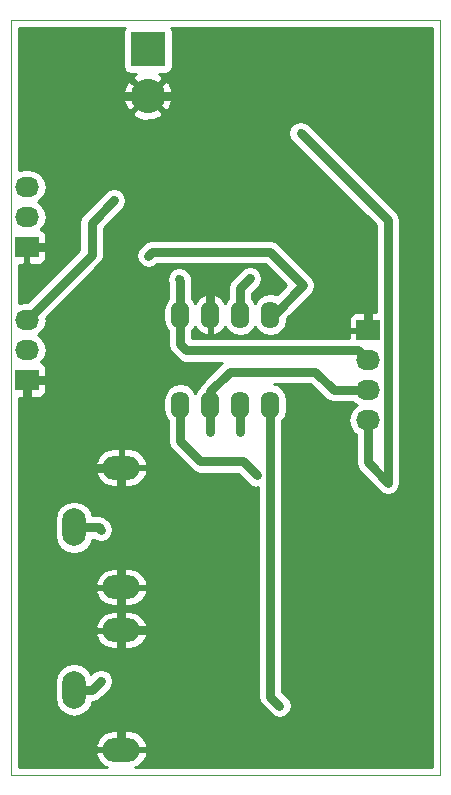
<source format=gbr>
G04 #@! TF.FileFunction,Copper,L2,Bot,Signal*
%FSLAX46Y46*%
G04 Gerber Fmt 4.6, Leading zero omitted, Abs format (unit mm)*
G04 Created by KiCad (PCBNEW 4.0.5) date 02/27/17 15:44:33*
%MOMM*%
%LPD*%
G01*
G04 APERTURE LIST*
%ADD10C,0.200000*%
%ADD11C,0.100000*%
%ADD12R,2.900000X2.900000*%
%ADD13C,2.900000*%
%ADD14R,2.032000X1.727200*%
%ADD15O,2.032000X1.727200*%
%ADD16O,3.197860X1.998980*%
%ADD17O,1.998980X3.197860*%
%ADD18O,1.600000X2.300000*%
%ADD19C,0.685800*%
%ADD20C,0.800000*%
%ADD21C,0.254000*%
G04 APERTURE END LIST*
D10*
D11*
X0Y64000000D02*
X36300000Y64000000D01*
X0Y0D02*
X0Y64000000D01*
X36300000Y0D02*
X0Y0D01*
X36300000Y64000000D02*
X36300000Y0D01*
D12*
X11550000Y61500000D03*
D13*
X11550000Y57540000D03*
D14*
X30200000Y37700000D03*
D15*
X30200000Y35160000D03*
X30200000Y32620000D03*
X30200000Y30080000D03*
D16*
X9297960Y15945400D03*
D17*
X5300000Y21000000D03*
D16*
X9297960Y26054600D03*
X9297960Y2195400D03*
D17*
X5300000Y7250000D03*
D16*
X9297960Y12304600D03*
D14*
X1300000Y44750000D03*
D15*
X1300000Y47290000D03*
X1300000Y49830000D03*
D14*
X1300000Y33500000D03*
D15*
X1300000Y36040000D03*
X1300000Y38580000D03*
D18*
X14300000Y31400000D03*
X16840000Y31400000D03*
X19380000Y31400000D03*
X21920000Y31400000D03*
X21920000Y39020000D03*
X19380000Y39020000D03*
X16840000Y39020000D03*
X14300000Y39020000D03*
D19*
X4400000Y39200000D03*
X12500000Y12300000D03*
X16800000Y41700000D03*
X21800000Y51500000D03*
X13600000Y5500000D03*
X21300000Y56300000D03*
X7600000Y8000000D03*
X20800000Y25400000D03*
X24500000Y54400000D03*
X31900000Y24800000D03*
X8700000Y48700000D03*
X20200000Y42100000D03*
X7600000Y20800000D03*
X14200000Y42000000D03*
X16800000Y29100000D03*
X19400000Y29100000D03*
X22700000Y5900000D03*
X11600000Y44000000D03*
X24700000Y41500000D03*
D20*
X21800000Y51500000D02*
X21800000Y49700000D01*
X30200000Y41300000D02*
X30200000Y37700000D01*
X21800000Y49700000D02*
X30200000Y41300000D01*
X1300000Y33500000D02*
X3600000Y33500000D01*
X4400000Y34300000D02*
X4400000Y39200000D01*
X3600000Y33500000D02*
X4400000Y34300000D01*
X21300000Y56300000D02*
X21300000Y56200000D01*
X12495400Y12304600D02*
X9297960Y12304600D01*
X12500000Y12300000D02*
X12495400Y12304600D01*
X16840000Y41660000D02*
X16840000Y39020000D01*
X16800000Y41700000D02*
X16840000Y41660000D01*
X21800000Y51500000D02*
X21300000Y52000000D01*
X21300000Y52000000D02*
X21300000Y56300000D01*
X9297960Y26054600D02*
X3145400Y26054600D01*
X1300000Y27900000D02*
X1300000Y33500000D01*
X3145400Y26054600D02*
X1300000Y27900000D01*
X11550000Y57540000D02*
X5840000Y57540000D01*
X4050000Y44750000D02*
X1300000Y44750000D01*
X4800000Y45500000D02*
X4050000Y44750000D01*
X4800000Y56500000D02*
X4800000Y45500000D01*
X5840000Y57540000D02*
X4800000Y56500000D01*
X13600000Y5500000D02*
X13500000Y5600000D01*
X13500000Y5600000D02*
X9297960Y5600000D01*
X9297960Y15945400D02*
X9297960Y26054600D01*
X9297960Y12304600D02*
X9297960Y15945400D01*
X9297960Y2195400D02*
X9297960Y5600000D01*
X9297960Y5600000D02*
X9297960Y12304600D01*
X21300000Y56300000D02*
X20060000Y57540000D01*
X20060000Y57540000D02*
X11550000Y57540000D01*
X7600000Y8000000D02*
X6850000Y7250000D01*
X6850000Y7250000D02*
X5300000Y7250000D01*
X14300000Y28300000D02*
X14300000Y31400000D01*
X16000000Y26600000D02*
X14300000Y28300000D01*
X19600000Y26600000D02*
X16000000Y26600000D01*
X20800000Y25400000D02*
X19600000Y26600000D01*
X31900000Y47000000D02*
X31900000Y24800000D01*
X24500000Y54400000D02*
X31900000Y47000000D01*
X30200000Y30080000D02*
X30200000Y26500000D01*
X30200000Y26500000D02*
X31900000Y24800000D01*
X6800000Y44080000D02*
X1300000Y38580000D01*
X6800000Y46800000D02*
X6800000Y44080000D01*
X8700000Y48700000D02*
X6800000Y46800000D01*
X19380000Y41280000D02*
X19380000Y39020000D01*
X20200000Y42100000D02*
X19380000Y41280000D01*
X7400000Y21000000D02*
X5300000Y21000000D01*
X7600000Y20800000D02*
X7400000Y21000000D01*
X14300000Y39020000D02*
X14300000Y36500000D01*
X29360000Y36000000D02*
X30200000Y35160000D01*
X14800000Y36000000D02*
X29360000Y36000000D01*
X14300000Y36500000D02*
X14800000Y36000000D01*
X14300000Y41900000D02*
X14300000Y39020000D01*
X14200000Y42000000D02*
X14300000Y41900000D01*
X16840000Y31400000D02*
X16840000Y32540000D01*
X16840000Y32540000D02*
X18500000Y34200000D01*
X27280000Y32620000D02*
X30200000Y32620000D01*
X25700000Y34200000D02*
X27280000Y32620000D01*
X18500000Y34200000D02*
X25700000Y34200000D01*
X16840000Y29140000D02*
X16840000Y31400000D01*
X16800000Y29100000D02*
X16840000Y29140000D01*
X19380000Y29120000D02*
X19380000Y31400000D01*
X19400000Y29100000D02*
X19380000Y29120000D01*
X21920000Y6680000D02*
X21920000Y31400000D01*
X22700000Y5900000D02*
X21920000Y6680000D01*
X21900000Y44300000D02*
X24700000Y41500000D01*
X11900000Y44300000D02*
X21900000Y44300000D01*
X11600000Y44000000D02*
X11900000Y44300000D01*
X24700000Y41500000D02*
X22220000Y39020000D01*
X22220000Y39020000D02*
X21920000Y39020000D01*
D21*
G36*
X9503569Y63201890D02*
X9452560Y62950000D01*
X9452560Y60050000D01*
X9496838Y59814683D01*
X9635910Y59598559D01*
X9848110Y59453569D01*
X10100000Y59402560D01*
X10577172Y59402560D01*
X10405435Y59331424D01*
X10251756Y59017849D01*
X11550000Y57719605D01*
X12848244Y59017849D01*
X12694565Y59331424D01*
X12512346Y59402560D01*
X13000000Y59402560D01*
X13235317Y59446838D01*
X13451441Y59585910D01*
X13596431Y59798110D01*
X13647440Y60050000D01*
X13647440Y62950000D01*
X13603162Y63185317D01*
X13519713Y63315000D01*
X35615000Y63315000D01*
X35615000Y685000D01*
X10466072Y685000D01*
X10640225Y733929D01*
X11142962Y1129444D01*
X11456073Y1687241D01*
X11487019Y1815046D01*
X11367665Y2068400D01*
X9424960Y2068400D01*
X9424960Y2048400D01*
X9170960Y2048400D01*
X9170960Y2068400D01*
X7228255Y2068400D01*
X7108901Y1815046D01*
X7139847Y1687241D01*
X7452958Y1129444D01*
X7955695Y733929D01*
X8129848Y685000D01*
X685000Y685000D01*
X685000Y2575754D01*
X7108901Y2575754D01*
X7228255Y2322400D01*
X9170960Y2322400D01*
X9170960Y3829890D01*
X9424960Y3829890D01*
X9424960Y2322400D01*
X11367665Y2322400D01*
X11487019Y2575754D01*
X11456073Y2703559D01*
X11142962Y3261356D01*
X10640225Y3656871D01*
X10024400Y3829890D01*
X9424960Y3829890D01*
X9170960Y3829890D01*
X8571520Y3829890D01*
X7955695Y3656871D01*
X7452958Y3261356D01*
X7139847Y2703559D01*
X7108901Y2575754D01*
X685000Y2575754D01*
X685000Y7893205D01*
X3665510Y7893205D01*
X3665510Y6606795D01*
X3789928Y5981303D01*
X4144241Y5451036D01*
X4674508Y5096723D01*
X5300000Y4972305D01*
X5925492Y5096723D01*
X6455759Y5451036D01*
X6810072Y5981303D01*
X6856827Y6216357D01*
X7246077Y6293785D01*
X7581856Y6518144D01*
X8331855Y7268144D01*
X8556215Y7603923D01*
X8635001Y8000000D01*
X8556215Y8396077D01*
X8331855Y8731855D01*
X7996077Y8956215D01*
X7600000Y9035001D01*
X7203923Y8956215D01*
X6868144Y8731855D01*
X6747953Y8611664D01*
X6455759Y9048964D01*
X5925492Y9403277D01*
X5300000Y9527695D01*
X4674508Y9403277D01*
X4144241Y9048964D01*
X3789928Y8518697D01*
X3665510Y7893205D01*
X685000Y7893205D01*
X685000Y11924246D01*
X7108901Y11924246D01*
X7139847Y11796441D01*
X7452958Y11238644D01*
X7955695Y10843129D01*
X8571520Y10670110D01*
X9170960Y10670110D01*
X9170960Y12177600D01*
X9424960Y12177600D01*
X9424960Y10670110D01*
X10024400Y10670110D01*
X10640225Y10843129D01*
X11142962Y11238644D01*
X11456073Y11796441D01*
X11487019Y11924246D01*
X11367665Y12177600D01*
X9424960Y12177600D01*
X9170960Y12177600D01*
X7228255Y12177600D01*
X7108901Y11924246D01*
X685000Y11924246D01*
X685000Y12684954D01*
X7108901Y12684954D01*
X7228255Y12431600D01*
X9170960Y12431600D01*
X9170960Y13939090D01*
X9424960Y13939090D01*
X9424960Y12431600D01*
X11367665Y12431600D01*
X11487019Y12684954D01*
X11456073Y12812759D01*
X11142962Y13370556D01*
X10640225Y13766071D01*
X10024400Y13939090D01*
X9424960Y13939090D01*
X9170960Y13939090D01*
X8571520Y13939090D01*
X7955695Y13766071D01*
X7452958Y13370556D01*
X7139847Y12812759D01*
X7108901Y12684954D01*
X685000Y12684954D01*
X685000Y15565046D01*
X7108901Y15565046D01*
X7139847Y15437241D01*
X7452958Y14879444D01*
X7955695Y14483929D01*
X8571520Y14310910D01*
X9170960Y14310910D01*
X9170960Y15818400D01*
X9424960Y15818400D01*
X9424960Y14310910D01*
X10024400Y14310910D01*
X10640225Y14483929D01*
X11142962Y14879444D01*
X11456073Y15437241D01*
X11487019Y15565046D01*
X11367665Y15818400D01*
X9424960Y15818400D01*
X9170960Y15818400D01*
X7228255Y15818400D01*
X7108901Y15565046D01*
X685000Y15565046D01*
X685000Y16325754D01*
X7108901Y16325754D01*
X7228255Y16072400D01*
X9170960Y16072400D01*
X9170960Y17579890D01*
X9424960Y17579890D01*
X9424960Y16072400D01*
X11367665Y16072400D01*
X11487019Y16325754D01*
X11456073Y16453559D01*
X11142962Y17011356D01*
X10640225Y17406871D01*
X10024400Y17579890D01*
X9424960Y17579890D01*
X9170960Y17579890D01*
X8571520Y17579890D01*
X7955695Y17406871D01*
X7452958Y17011356D01*
X7139847Y16453559D01*
X7108901Y16325754D01*
X685000Y16325754D01*
X685000Y21643205D01*
X3665510Y21643205D01*
X3665510Y20356795D01*
X3789928Y19731303D01*
X4144241Y19201036D01*
X4674508Y18846723D01*
X5300000Y18722305D01*
X5925492Y18846723D01*
X6455759Y19201036D01*
X6810072Y19731303D01*
X6856557Y19965000D01*
X7022511Y19965000D01*
X7203923Y19843785D01*
X7600000Y19764999D01*
X7996078Y19843785D01*
X8331856Y20068144D01*
X8556215Y20403922D01*
X8635001Y20800000D01*
X8556215Y21196077D01*
X8331856Y21531855D01*
X8131856Y21731856D01*
X7796077Y21956215D01*
X7400000Y22035001D01*
X7399995Y22035000D01*
X6856557Y22035000D01*
X6810072Y22268697D01*
X6455759Y22798964D01*
X5925492Y23153277D01*
X5300000Y23277695D01*
X4674508Y23153277D01*
X4144241Y22798964D01*
X3789928Y22268697D01*
X3665510Y21643205D01*
X685000Y21643205D01*
X685000Y25674246D01*
X7108901Y25674246D01*
X7139847Y25546441D01*
X7452958Y24988644D01*
X7955695Y24593129D01*
X8571520Y24420110D01*
X9170960Y24420110D01*
X9170960Y25927600D01*
X9424960Y25927600D01*
X9424960Y24420110D01*
X10024400Y24420110D01*
X10640225Y24593129D01*
X11142962Y24988644D01*
X11456073Y25546441D01*
X11487019Y25674246D01*
X11367665Y25927600D01*
X9424960Y25927600D01*
X9170960Y25927600D01*
X7228255Y25927600D01*
X7108901Y25674246D01*
X685000Y25674246D01*
X685000Y26434954D01*
X7108901Y26434954D01*
X7228255Y26181600D01*
X9170960Y26181600D01*
X9170960Y27689090D01*
X9424960Y27689090D01*
X9424960Y26181600D01*
X11367665Y26181600D01*
X11487019Y26434954D01*
X11456073Y26562759D01*
X11142962Y27120556D01*
X10640225Y27516071D01*
X10024400Y27689090D01*
X9424960Y27689090D01*
X9170960Y27689090D01*
X8571520Y27689090D01*
X7955695Y27516071D01*
X7452958Y27120556D01*
X7139847Y26562759D01*
X7108901Y26434954D01*
X685000Y26434954D01*
X685000Y32001400D01*
X1014250Y32001400D01*
X1173000Y32160150D01*
X1173000Y33373000D01*
X1427000Y33373000D01*
X1427000Y32160150D01*
X1585750Y32001400D01*
X2442309Y32001400D01*
X2675698Y32098073D01*
X2854327Y32276701D01*
X2951000Y32510090D01*
X2951000Y33214250D01*
X2792250Y33373000D01*
X1427000Y33373000D01*
X1173000Y33373000D01*
X1153000Y33373000D01*
X1153000Y33627000D01*
X1173000Y33627000D01*
X1173000Y33647000D01*
X1427000Y33647000D01*
X1427000Y33627000D01*
X2792250Y33627000D01*
X2951000Y33785750D01*
X2951000Y34489910D01*
X2854327Y34723299D01*
X2675698Y34901927D01*
X2522220Y34965500D01*
X2544415Y34980330D01*
X2869271Y35466511D01*
X2983345Y36040000D01*
X2869271Y36613489D01*
X2544415Y37099670D01*
X2229634Y37310000D01*
X2544415Y37520330D01*
X2869271Y38006511D01*
X2983345Y38580000D01*
X2946906Y38763194D01*
X3588681Y39404970D01*
X12865000Y39404970D01*
X12865000Y38635030D01*
X12974233Y38085879D01*
X13265000Y37650716D01*
X13265000Y36500005D01*
X13264999Y36500000D01*
X13343785Y36103923D01*
X13568144Y35768144D01*
X14068142Y35268147D01*
X14068144Y35268144D01*
X14229994Y35160000D01*
X14403923Y35043785D01*
X14800000Y34964999D01*
X14800005Y34965000D01*
X17817748Y34965000D01*
X17768144Y34931856D01*
X17768142Y34931853D01*
X16108144Y33271856D01*
X15883785Y32936077D01*
X15861456Y32823826D01*
X15825302Y32799668D01*
X15570000Y32417582D01*
X15314698Y32799668D01*
X14849151Y33110737D01*
X14300000Y33219970D01*
X13750849Y33110737D01*
X13285302Y32799668D01*
X12974233Y32334121D01*
X12865000Y31784970D01*
X12865000Y31015030D01*
X12974233Y30465879D01*
X13265000Y30030716D01*
X13265000Y28300005D01*
X13264999Y28300000D01*
X13343785Y27903923D01*
X13568144Y27568144D01*
X15268142Y25868147D01*
X15268144Y25868144D01*
X15558335Y25674246D01*
X15603923Y25643785D01*
X16000000Y25564999D01*
X16000005Y25565000D01*
X19171288Y25565000D01*
X20068144Y24668145D01*
X20403922Y24443785D01*
X20800000Y24365000D01*
X20885000Y24381908D01*
X20885000Y6680005D01*
X20884999Y6680000D01*
X20963785Y6283923D01*
X21188144Y5948144D01*
X21968145Y5168144D01*
X22303923Y4943785D01*
X22700000Y4864999D01*
X23096078Y4943785D01*
X23431856Y5168144D01*
X23656215Y5503922D01*
X23735001Y5900000D01*
X23656215Y6296077D01*
X23431856Y6631855D01*
X22955000Y7108712D01*
X22955000Y30030716D01*
X23245767Y30465879D01*
X23355000Y31015030D01*
X23355000Y31784970D01*
X23245767Y32334121D01*
X22934698Y32799668D01*
X22469151Y33110737D01*
X22196353Y33165000D01*
X25271288Y33165000D01*
X26548142Y31888147D01*
X26548144Y31888144D01*
X26685933Y31796077D01*
X26883922Y31663785D01*
X27280000Y31585000D01*
X28939101Y31585000D01*
X28955585Y31560330D01*
X29270366Y31350000D01*
X28955585Y31139670D01*
X28630729Y30653489D01*
X28516655Y30080000D01*
X28630729Y29506511D01*
X28955585Y29020330D01*
X29165000Y28880403D01*
X29165000Y26500005D01*
X29164999Y26500000D01*
X29243785Y26103923D01*
X29468144Y25768144D01*
X31168142Y24068147D01*
X31168144Y24068144D01*
X31503923Y23843785D01*
X31900000Y23764999D01*
X32296077Y23843785D01*
X32631856Y24068144D01*
X32856215Y24403923D01*
X32859797Y24421931D01*
X32935001Y24800000D01*
X32935000Y24800005D01*
X32935000Y47000000D01*
X32856215Y47396077D01*
X32856215Y47396078D01*
X32765491Y47531856D01*
X32631856Y47731856D01*
X32631853Y47731858D01*
X25231856Y55131856D01*
X24896077Y55356215D01*
X24500000Y55435001D01*
X24103923Y55356215D01*
X23768144Y55131856D01*
X23543785Y54796077D01*
X23464999Y54400000D01*
X23543785Y54003923D01*
X23768144Y53668144D01*
X30865000Y46571289D01*
X30865000Y39198600D01*
X30485750Y39198600D01*
X30327000Y39039850D01*
X30327000Y37827000D01*
X30347000Y37827000D01*
X30347000Y37573000D01*
X30327000Y37573000D01*
X30327000Y37553000D01*
X30073000Y37553000D01*
X30073000Y37573000D01*
X28707750Y37573000D01*
X28549000Y37414250D01*
X28549000Y37035000D01*
X15335000Y37035000D01*
X15335000Y37650716D01*
X15567149Y37998151D01*
X15915104Y37565500D01*
X16408181Y37295633D01*
X16490961Y37278096D01*
X16713000Y37400085D01*
X16713000Y38893000D01*
X16693000Y38893000D01*
X16693000Y39147000D01*
X16713000Y39147000D01*
X16713000Y40639915D01*
X16490961Y40761904D01*
X16408181Y40744367D01*
X15915104Y40474500D01*
X15567149Y40041849D01*
X15335000Y40389284D01*
X15335000Y41900000D01*
X15276247Y42195370D01*
X15256215Y42296078D01*
X15134839Y42477730D01*
X15031856Y42631856D01*
X15031853Y42631858D01*
X14931856Y42731856D01*
X14596077Y42956215D01*
X14200000Y43035001D01*
X13803923Y42956215D01*
X13468144Y42731856D01*
X13243785Y42396077D01*
X13164999Y42000000D01*
X13243785Y41603923D01*
X13265000Y41572172D01*
X13265000Y40389284D01*
X12974233Y39954121D01*
X12865000Y39404970D01*
X3588681Y39404970D01*
X7531853Y43348142D01*
X7531856Y43348144D01*
X7756215Y43683923D01*
X7771366Y43760090D01*
X7819087Y44000000D01*
X10564999Y44000000D01*
X10643785Y43603923D01*
X10868144Y43268144D01*
X11203923Y43043785D01*
X11600000Y42964999D01*
X11996077Y43043785D01*
X12327151Y43265000D01*
X21471288Y43265000D01*
X23236288Y41500000D01*
X22467378Y40731090D01*
X21920000Y40839970D01*
X21370849Y40730737D01*
X20905302Y40419668D01*
X20650000Y40037582D01*
X20415000Y40389284D01*
X20415000Y40851288D01*
X20931855Y41368144D01*
X21156215Y41703923D01*
X21235001Y42100000D01*
X21156215Y42496077D01*
X20931855Y42831855D01*
X20596077Y43056215D01*
X20200000Y43135001D01*
X19803923Y43056215D01*
X19468144Y42831855D01*
X18648144Y42011856D01*
X18423785Y41676077D01*
X18344999Y41280000D01*
X18345000Y41279995D01*
X18345000Y40389284D01*
X18112851Y40041849D01*
X17764896Y40474500D01*
X17271819Y40744367D01*
X17189039Y40761904D01*
X16967000Y40639915D01*
X16967000Y39147000D01*
X16987000Y39147000D01*
X16987000Y38893000D01*
X16967000Y38893000D01*
X16967000Y37400085D01*
X17189039Y37278096D01*
X17271819Y37295633D01*
X17764896Y37565500D01*
X18112851Y37998151D01*
X18365302Y37620332D01*
X18830849Y37309263D01*
X19380000Y37200030D01*
X19929151Y37309263D01*
X20394698Y37620332D01*
X20650000Y38002418D01*
X20905302Y37620332D01*
X21370849Y37309263D01*
X21920000Y37200030D01*
X22469151Y37309263D01*
X22934698Y37620332D01*
X23245767Y38085879D01*
X23355000Y38635030D01*
X23355000Y38689910D01*
X28549000Y38689910D01*
X28549000Y37985750D01*
X28707750Y37827000D01*
X30073000Y37827000D01*
X30073000Y39039850D01*
X29914250Y39198600D01*
X29057691Y39198600D01*
X28824302Y39101927D01*
X28645673Y38923299D01*
X28549000Y38689910D01*
X23355000Y38689910D01*
X23355000Y38691288D01*
X25431853Y40768142D01*
X25431856Y40768144D01*
X25656215Y41103923D01*
X25735001Y41500000D01*
X25714329Y41603923D01*
X25656215Y41896078D01*
X25431856Y42231856D01*
X22631856Y45031856D01*
X22296077Y45256215D01*
X21900000Y45335001D01*
X21899995Y45335000D01*
X11900005Y45335000D01*
X11900000Y45335001D01*
X11503923Y45256215D01*
X11168144Y45031856D01*
X11168142Y45031853D01*
X10868144Y44731856D01*
X10643785Y44396077D01*
X10564999Y44000000D01*
X7819087Y44000000D01*
X7835001Y44080000D01*
X7835000Y44080005D01*
X7835000Y46371288D01*
X9431856Y47968145D01*
X9656215Y48303923D01*
X9735001Y48700000D01*
X9656215Y49096078D01*
X9431856Y49431856D01*
X9096078Y49656215D01*
X8700000Y49735001D01*
X8303923Y49656215D01*
X7968145Y49431856D01*
X6068144Y47531856D01*
X5843785Y47196077D01*
X5764999Y46800000D01*
X5765000Y46799995D01*
X5765000Y44508711D01*
X1334888Y40078600D01*
X1115255Y40078600D01*
X685000Y39993017D01*
X685000Y43251400D01*
X1014250Y43251400D01*
X1173000Y43410150D01*
X1173000Y44623000D01*
X1427000Y44623000D01*
X1427000Y43410150D01*
X1585750Y43251400D01*
X2442309Y43251400D01*
X2675698Y43348073D01*
X2854327Y43526701D01*
X2951000Y43760090D01*
X2951000Y44464250D01*
X2792250Y44623000D01*
X1427000Y44623000D01*
X1173000Y44623000D01*
X1153000Y44623000D01*
X1153000Y44877000D01*
X1173000Y44877000D01*
X1173000Y44897000D01*
X1427000Y44897000D01*
X1427000Y44877000D01*
X2792250Y44877000D01*
X2951000Y45035750D01*
X2951000Y45739910D01*
X2854327Y45973299D01*
X2675698Y46151927D01*
X2522220Y46215500D01*
X2544415Y46230330D01*
X2869271Y46716511D01*
X2983345Y47290000D01*
X2869271Y47863489D01*
X2544415Y48349670D01*
X2229634Y48560000D01*
X2544415Y48770330D01*
X2869271Y49256511D01*
X2983345Y49830000D01*
X2869271Y50403489D01*
X2544415Y50889670D01*
X2058234Y51214526D01*
X1484745Y51328600D01*
X1115255Y51328600D01*
X685000Y51243017D01*
X685000Y56062151D01*
X10251756Y56062151D01*
X10405435Y55748576D01*
X11178108Y55446934D01*
X12007398Y55463942D01*
X12694565Y55748576D01*
X12848244Y56062151D01*
X11550000Y57360395D01*
X10251756Y56062151D01*
X685000Y56062151D01*
X685000Y57911892D01*
X9456934Y57911892D01*
X9473942Y57082602D01*
X9758576Y56395435D01*
X10072151Y56241756D01*
X11370395Y57540000D01*
X11729605Y57540000D01*
X13027849Y56241756D01*
X13341424Y56395435D01*
X13643066Y57168108D01*
X13626058Y57997398D01*
X13341424Y58684565D01*
X13027849Y58838244D01*
X11729605Y57540000D01*
X11370395Y57540000D01*
X10072151Y58838244D01*
X9758576Y58684565D01*
X9456934Y57911892D01*
X685000Y57911892D01*
X685000Y63315000D01*
X9580854Y63315000D01*
X9503569Y63201890D01*
X9503569Y63201890D01*
G37*
X9503569Y63201890D02*
X9452560Y62950000D01*
X9452560Y60050000D01*
X9496838Y59814683D01*
X9635910Y59598559D01*
X9848110Y59453569D01*
X10100000Y59402560D01*
X10577172Y59402560D01*
X10405435Y59331424D01*
X10251756Y59017849D01*
X11550000Y57719605D01*
X12848244Y59017849D01*
X12694565Y59331424D01*
X12512346Y59402560D01*
X13000000Y59402560D01*
X13235317Y59446838D01*
X13451441Y59585910D01*
X13596431Y59798110D01*
X13647440Y60050000D01*
X13647440Y62950000D01*
X13603162Y63185317D01*
X13519713Y63315000D01*
X35615000Y63315000D01*
X35615000Y685000D01*
X10466072Y685000D01*
X10640225Y733929D01*
X11142962Y1129444D01*
X11456073Y1687241D01*
X11487019Y1815046D01*
X11367665Y2068400D01*
X9424960Y2068400D01*
X9424960Y2048400D01*
X9170960Y2048400D01*
X9170960Y2068400D01*
X7228255Y2068400D01*
X7108901Y1815046D01*
X7139847Y1687241D01*
X7452958Y1129444D01*
X7955695Y733929D01*
X8129848Y685000D01*
X685000Y685000D01*
X685000Y2575754D01*
X7108901Y2575754D01*
X7228255Y2322400D01*
X9170960Y2322400D01*
X9170960Y3829890D01*
X9424960Y3829890D01*
X9424960Y2322400D01*
X11367665Y2322400D01*
X11487019Y2575754D01*
X11456073Y2703559D01*
X11142962Y3261356D01*
X10640225Y3656871D01*
X10024400Y3829890D01*
X9424960Y3829890D01*
X9170960Y3829890D01*
X8571520Y3829890D01*
X7955695Y3656871D01*
X7452958Y3261356D01*
X7139847Y2703559D01*
X7108901Y2575754D01*
X685000Y2575754D01*
X685000Y7893205D01*
X3665510Y7893205D01*
X3665510Y6606795D01*
X3789928Y5981303D01*
X4144241Y5451036D01*
X4674508Y5096723D01*
X5300000Y4972305D01*
X5925492Y5096723D01*
X6455759Y5451036D01*
X6810072Y5981303D01*
X6856827Y6216357D01*
X7246077Y6293785D01*
X7581856Y6518144D01*
X8331855Y7268144D01*
X8556215Y7603923D01*
X8635001Y8000000D01*
X8556215Y8396077D01*
X8331855Y8731855D01*
X7996077Y8956215D01*
X7600000Y9035001D01*
X7203923Y8956215D01*
X6868144Y8731855D01*
X6747953Y8611664D01*
X6455759Y9048964D01*
X5925492Y9403277D01*
X5300000Y9527695D01*
X4674508Y9403277D01*
X4144241Y9048964D01*
X3789928Y8518697D01*
X3665510Y7893205D01*
X685000Y7893205D01*
X685000Y11924246D01*
X7108901Y11924246D01*
X7139847Y11796441D01*
X7452958Y11238644D01*
X7955695Y10843129D01*
X8571520Y10670110D01*
X9170960Y10670110D01*
X9170960Y12177600D01*
X9424960Y12177600D01*
X9424960Y10670110D01*
X10024400Y10670110D01*
X10640225Y10843129D01*
X11142962Y11238644D01*
X11456073Y11796441D01*
X11487019Y11924246D01*
X11367665Y12177600D01*
X9424960Y12177600D01*
X9170960Y12177600D01*
X7228255Y12177600D01*
X7108901Y11924246D01*
X685000Y11924246D01*
X685000Y12684954D01*
X7108901Y12684954D01*
X7228255Y12431600D01*
X9170960Y12431600D01*
X9170960Y13939090D01*
X9424960Y13939090D01*
X9424960Y12431600D01*
X11367665Y12431600D01*
X11487019Y12684954D01*
X11456073Y12812759D01*
X11142962Y13370556D01*
X10640225Y13766071D01*
X10024400Y13939090D01*
X9424960Y13939090D01*
X9170960Y13939090D01*
X8571520Y13939090D01*
X7955695Y13766071D01*
X7452958Y13370556D01*
X7139847Y12812759D01*
X7108901Y12684954D01*
X685000Y12684954D01*
X685000Y15565046D01*
X7108901Y15565046D01*
X7139847Y15437241D01*
X7452958Y14879444D01*
X7955695Y14483929D01*
X8571520Y14310910D01*
X9170960Y14310910D01*
X9170960Y15818400D01*
X9424960Y15818400D01*
X9424960Y14310910D01*
X10024400Y14310910D01*
X10640225Y14483929D01*
X11142962Y14879444D01*
X11456073Y15437241D01*
X11487019Y15565046D01*
X11367665Y15818400D01*
X9424960Y15818400D01*
X9170960Y15818400D01*
X7228255Y15818400D01*
X7108901Y15565046D01*
X685000Y15565046D01*
X685000Y16325754D01*
X7108901Y16325754D01*
X7228255Y16072400D01*
X9170960Y16072400D01*
X9170960Y17579890D01*
X9424960Y17579890D01*
X9424960Y16072400D01*
X11367665Y16072400D01*
X11487019Y16325754D01*
X11456073Y16453559D01*
X11142962Y17011356D01*
X10640225Y17406871D01*
X10024400Y17579890D01*
X9424960Y17579890D01*
X9170960Y17579890D01*
X8571520Y17579890D01*
X7955695Y17406871D01*
X7452958Y17011356D01*
X7139847Y16453559D01*
X7108901Y16325754D01*
X685000Y16325754D01*
X685000Y21643205D01*
X3665510Y21643205D01*
X3665510Y20356795D01*
X3789928Y19731303D01*
X4144241Y19201036D01*
X4674508Y18846723D01*
X5300000Y18722305D01*
X5925492Y18846723D01*
X6455759Y19201036D01*
X6810072Y19731303D01*
X6856557Y19965000D01*
X7022511Y19965000D01*
X7203923Y19843785D01*
X7600000Y19764999D01*
X7996078Y19843785D01*
X8331856Y20068144D01*
X8556215Y20403922D01*
X8635001Y20800000D01*
X8556215Y21196077D01*
X8331856Y21531855D01*
X8131856Y21731856D01*
X7796077Y21956215D01*
X7400000Y22035001D01*
X7399995Y22035000D01*
X6856557Y22035000D01*
X6810072Y22268697D01*
X6455759Y22798964D01*
X5925492Y23153277D01*
X5300000Y23277695D01*
X4674508Y23153277D01*
X4144241Y22798964D01*
X3789928Y22268697D01*
X3665510Y21643205D01*
X685000Y21643205D01*
X685000Y25674246D01*
X7108901Y25674246D01*
X7139847Y25546441D01*
X7452958Y24988644D01*
X7955695Y24593129D01*
X8571520Y24420110D01*
X9170960Y24420110D01*
X9170960Y25927600D01*
X9424960Y25927600D01*
X9424960Y24420110D01*
X10024400Y24420110D01*
X10640225Y24593129D01*
X11142962Y24988644D01*
X11456073Y25546441D01*
X11487019Y25674246D01*
X11367665Y25927600D01*
X9424960Y25927600D01*
X9170960Y25927600D01*
X7228255Y25927600D01*
X7108901Y25674246D01*
X685000Y25674246D01*
X685000Y26434954D01*
X7108901Y26434954D01*
X7228255Y26181600D01*
X9170960Y26181600D01*
X9170960Y27689090D01*
X9424960Y27689090D01*
X9424960Y26181600D01*
X11367665Y26181600D01*
X11487019Y26434954D01*
X11456073Y26562759D01*
X11142962Y27120556D01*
X10640225Y27516071D01*
X10024400Y27689090D01*
X9424960Y27689090D01*
X9170960Y27689090D01*
X8571520Y27689090D01*
X7955695Y27516071D01*
X7452958Y27120556D01*
X7139847Y26562759D01*
X7108901Y26434954D01*
X685000Y26434954D01*
X685000Y32001400D01*
X1014250Y32001400D01*
X1173000Y32160150D01*
X1173000Y33373000D01*
X1427000Y33373000D01*
X1427000Y32160150D01*
X1585750Y32001400D01*
X2442309Y32001400D01*
X2675698Y32098073D01*
X2854327Y32276701D01*
X2951000Y32510090D01*
X2951000Y33214250D01*
X2792250Y33373000D01*
X1427000Y33373000D01*
X1173000Y33373000D01*
X1153000Y33373000D01*
X1153000Y33627000D01*
X1173000Y33627000D01*
X1173000Y33647000D01*
X1427000Y33647000D01*
X1427000Y33627000D01*
X2792250Y33627000D01*
X2951000Y33785750D01*
X2951000Y34489910D01*
X2854327Y34723299D01*
X2675698Y34901927D01*
X2522220Y34965500D01*
X2544415Y34980330D01*
X2869271Y35466511D01*
X2983345Y36040000D01*
X2869271Y36613489D01*
X2544415Y37099670D01*
X2229634Y37310000D01*
X2544415Y37520330D01*
X2869271Y38006511D01*
X2983345Y38580000D01*
X2946906Y38763194D01*
X3588681Y39404970D01*
X12865000Y39404970D01*
X12865000Y38635030D01*
X12974233Y38085879D01*
X13265000Y37650716D01*
X13265000Y36500005D01*
X13264999Y36500000D01*
X13343785Y36103923D01*
X13568144Y35768144D01*
X14068142Y35268147D01*
X14068144Y35268144D01*
X14229994Y35160000D01*
X14403923Y35043785D01*
X14800000Y34964999D01*
X14800005Y34965000D01*
X17817748Y34965000D01*
X17768144Y34931856D01*
X17768142Y34931853D01*
X16108144Y33271856D01*
X15883785Y32936077D01*
X15861456Y32823826D01*
X15825302Y32799668D01*
X15570000Y32417582D01*
X15314698Y32799668D01*
X14849151Y33110737D01*
X14300000Y33219970D01*
X13750849Y33110737D01*
X13285302Y32799668D01*
X12974233Y32334121D01*
X12865000Y31784970D01*
X12865000Y31015030D01*
X12974233Y30465879D01*
X13265000Y30030716D01*
X13265000Y28300005D01*
X13264999Y28300000D01*
X13343785Y27903923D01*
X13568144Y27568144D01*
X15268142Y25868147D01*
X15268144Y25868144D01*
X15558335Y25674246D01*
X15603923Y25643785D01*
X16000000Y25564999D01*
X16000005Y25565000D01*
X19171288Y25565000D01*
X20068144Y24668145D01*
X20403922Y24443785D01*
X20800000Y24365000D01*
X20885000Y24381908D01*
X20885000Y6680005D01*
X20884999Y6680000D01*
X20963785Y6283923D01*
X21188144Y5948144D01*
X21968145Y5168144D01*
X22303923Y4943785D01*
X22700000Y4864999D01*
X23096078Y4943785D01*
X23431856Y5168144D01*
X23656215Y5503922D01*
X23735001Y5900000D01*
X23656215Y6296077D01*
X23431856Y6631855D01*
X22955000Y7108712D01*
X22955000Y30030716D01*
X23245767Y30465879D01*
X23355000Y31015030D01*
X23355000Y31784970D01*
X23245767Y32334121D01*
X22934698Y32799668D01*
X22469151Y33110737D01*
X22196353Y33165000D01*
X25271288Y33165000D01*
X26548142Y31888147D01*
X26548144Y31888144D01*
X26685933Y31796077D01*
X26883922Y31663785D01*
X27280000Y31585000D01*
X28939101Y31585000D01*
X28955585Y31560330D01*
X29270366Y31350000D01*
X28955585Y31139670D01*
X28630729Y30653489D01*
X28516655Y30080000D01*
X28630729Y29506511D01*
X28955585Y29020330D01*
X29165000Y28880403D01*
X29165000Y26500005D01*
X29164999Y26500000D01*
X29243785Y26103923D01*
X29468144Y25768144D01*
X31168142Y24068147D01*
X31168144Y24068144D01*
X31503923Y23843785D01*
X31900000Y23764999D01*
X32296077Y23843785D01*
X32631856Y24068144D01*
X32856215Y24403923D01*
X32859797Y24421931D01*
X32935001Y24800000D01*
X32935000Y24800005D01*
X32935000Y47000000D01*
X32856215Y47396077D01*
X32856215Y47396078D01*
X32765491Y47531856D01*
X32631856Y47731856D01*
X32631853Y47731858D01*
X25231856Y55131856D01*
X24896077Y55356215D01*
X24500000Y55435001D01*
X24103923Y55356215D01*
X23768144Y55131856D01*
X23543785Y54796077D01*
X23464999Y54400000D01*
X23543785Y54003923D01*
X23768144Y53668144D01*
X30865000Y46571289D01*
X30865000Y39198600D01*
X30485750Y39198600D01*
X30327000Y39039850D01*
X30327000Y37827000D01*
X30347000Y37827000D01*
X30347000Y37573000D01*
X30327000Y37573000D01*
X30327000Y37553000D01*
X30073000Y37553000D01*
X30073000Y37573000D01*
X28707750Y37573000D01*
X28549000Y37414250D01*
X28549000Y37035000D01*
X15335000Y37035000D01*
X15335000Y37650716D01*
X15567149Y37998151D01*
X15915104Y37565500D01*
X16408181Y37295633D01*
X16490961Y37278096D01*
X16713000Y37400085D01*
X16713000Y38893000D01*
X16693000Y38893000D01*
X16693000Y39147000D01*
X16713000Y39147000D01*
X16713000Y40639915D01*
X16490961Y40761904D01*
X16408181Y40744367D01*
X15915104Y40474500D01*
X15567149Y40041849D01*
X15335000Y40389284D01*
X15335000Y41900000D01*
X15276247Y42195370D01*
X15256215Y42296078D01*
X15134839Y42477730D01*
X15031856Y42631856D01*
X15031853Y42631858D01*
X14931856Y42731856D01*
X14596077Y42956215D01*
X14200000Y43035001D01*
X13803923Y42956215D01*
X13468144Y42731856D01*
X13243785Y42396077D01*
X13164999Y42000000D01*
X13243785Y41603923D01*
X13265000Y41572172D01*
X13265000Y40389284D01*
X12974233Y39954121D01*
X12865000Y39404970D01*
X3588681Y39404970D01*
X7531853Y43348142D01*
X7531856Y43348144D01*
X7756215Y43683923D01*
X7771366Y43760090D01*
X7819087Y44000000D01*
X10564999Y44000000D01*
X10643785Y43603923D01*
X10868144Y43268144D01*
X11203923Y43043785D01*
X11600000Y42964999D01*
X11996077Y43043785D01*
X12327151Y43265000D01*
X21471288Y43265000D01*
X23236288Y41500000D01*
X22467378Y40731090D01*
X21920000Y40839970D01*
X21370849Y40730737D01*
X20905302Y40419668D01*
X20650000Y40037582D01*
X20415000Y40389284D01*
X20415000Y40851288D01*
X20931855Y41368144D01*
X21156215Y41703923D01*
X21235001Y42100000D01*
X21156215Y42496077D01*
X20931855Y42831855D01*
X20596077Y43056215D01*
X20200000Y43135001D01*
X19803923Y43056215D01*
X19468144Y42831855D01*
X18648144Y42011856D01*
X18423785Y41676077D01*
X18344999Y41280000D01*
X18345000Y41279995D01*
X18345000Y40389284D01*
X18112851Y40041849D01*
X17764896Y40474500D01*
X17271819Y40744367D01*
X17189039Y40761904D01*
X16967000Y40639915D01*
X16967000Y39147000D01*
X16987000Y39147000D01*
X16987000Y38893000D01*
X16967000Y38893000D01*
X16967000Y37400085D01*
X17189039Y37278096D01*
X17271819Y37295633D01*
X17764896Y37565500D01*
X18112851Y37998151D01*
X18365302Y37620332D01*
X18830849Y37309263D01*
X19380000Y37200030D01*
X19929151Y37309263D01*
X20394698Y37620332D01*
X20650000Y38002418D01*
X20905302Y37620332D01*
X21370849Y37309263D01*
X21920000Y37200030D01*
X22469151Y37309263D01*
X22934698Y37620332D01*
X23245767Y38085879D01*
X23355000Y38635030D01*
X23355000Y38689910D01*
X28549000Y38689910D01*
X28549000Y37985750D01*
X28707750Y37827000D01*
X30073000Y37827000D01*
X30073000Y39039850D01*
X29914250Y39198600D01*
X29057691Y39198600D01*
X28824302Y39101927D01*
X28645673Y38923299D01*
X28549000Y38689910D01*
X23355000Y38689910D01*
X23355000Y38691288D01*
X25431853Y40768142D01*
X25431856Y40768144D01*
X25656215Y41103923D01*
X25735001Y41500000D01*
X25714329Y41603923D01*
X25656215Y41896078D01*
X25431856Y42231856D01*
X22631856Y45031856D01*
X22296077Y45256215D01*
X21900000Y45335001D01*
X21899995Y45335000D01*
X11900005Y45335000D01*
X11900000Y45335001D01*
X11503923Y45256215D01*
X11168144Y45031856D01*
X11168142Y45031853D01*
X10868144Y44731856D01*
X10643785Y44396077D01*
X10564999Y44000000D01*
X7819087Y44000000D01*
X7835001Y44080000D01*
X7835000Y44080005D01*
X7835000Y46371288D01*
X9431856Y47968145D01*
X9656215Y48303923D01*
X9735001Y48700000D01*
X9656215Y49096078D01*
X9431856Y49431856D01*
X9096078Y49656215D01*
X8700000Y49735001D01*
X8303923Y49656215D01*
X7968145Y49431856D01*
X6068144Y47531856D01*
X5843785Y47196077D01*
X5764999Y46800000D01*
X5765000Y46799995D01*
X5765000Y44508711D01*
X1334888Y40078600D01*
X1115255Y40078600D01*
X685000Y39993017D01*
X685000Y43251400D01*
X1014250Y43251400D01*
X1173000Y43410150D01*
X1173000Y44623000D01*
X1427000Y44623000D01*
X1427000Y43410150D01*
X1585750Y43251400D01*
X2442309Y43251400D01*
X2675698Y43348073D01*
X2854327Y43526701D01*
X2951000Y43760090D01*
X2951000Y44464250D01*
X2792250Y44623000D01*
X1427000Y44623000D01*
X1173000Y44623000D01*
X1153000Y44623000D01*
X1153000Y44877000D01*
X1173000Y44877000D01*
X1173000Y44897000D01*
X1427000Y44897000D01*
X1427000Y44877000D01*
X2792250Y44877000D01*
X2951000Y45035750D01*
X2951000Y45739910D01*
X2854327Y45973299D01*
X2675698Y46151927D01*
X2522220Y46215500D01*
X2544415Y46230330D01*
X2869271Y46716511D01*
X2983345Y47290000D01*
X2869271Y47863489D01*
X2544415Y48349670D01*
X2229634Y48560000D01*
X2544415Y48770330D01*
X2869271Y49256511D01*
X2983345Y49830000D01*
X2869271Y50403489D01*
X2544415Y50889670D01*
X2058234Y51214526D01*
X1484745Y51328600D01*
X1115255Y51328600D01*
X685000Y51243017D01*
X685000Y56062151D01*
X10251756Y56062151D01*
X10405435Y55748576D01*
X11178108Y55446934D01*
X12007398Y55463942D01*
X12694565Y55748576D01*
X12848244Y56062151D01*
X11550000Y57360395D01*
X10251756Y56062151D01*
X685000Y56062151D01*
X685000Y57911892D01*
X9456934Y57911892D01*
X9473942Y57082602D01*
X9758576Y56395435D01*
X10072151Y56241756D01*
X11370395Y57540000D01*
X11729605Y57540000D01*
X13027849Y56241756D01*
X13341424Y56395435D01*
X13643066Y57168108D01*
X13626058Y57997398D01*
X13341424Y58684565D01*
X13027849Y58838244D01*
X11729605Y57540000D01*
X11370395Y57540000D01*
X10072151Y58838244D01*
X9758576Y58684565D01*
X9456934Y57911892D01*
X685000Y57911892D01*
X685000Y63315000D01*
X9580854Y63315000D01*
X9503569Y63201890D01*
M02*

</source>
